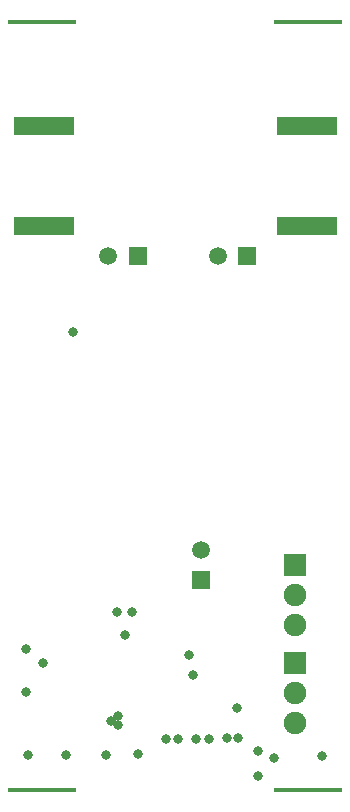
<source format=gbs>
G04*
G04 #@! TF.GenerationSoftware,Altium Limited,Altium Designer,19.0.15 (446)*
G04*
G04 Layer_Color=16711935*
%FSLAX25Y25*%
%MOIN*%
G70*
G01*
G75*
%ADD42R,0.20485X0.06312*%
%ADD50R,0.22600X0.01800*%
%ADD51R,0.05918X0.05918*%
%ADD52C,0.05918*%
%ADD53R,0.07493X0.07493*%
%ADD54C,0.07493*%
%ADD55R,0.05918X0.05918*%
%ADD56C,0.03162*%
D42*
X334357Y437992D02*
D03*
Y404528D02*
D03*
X246561D02*
D03*
Y437992D02*
D03*
D50*
X246063Y216535D02*
D03*
X334646D02*
D03*
Y472441D02*
D03*
X246063D02*
D03*
D51*
X277953Y394488D02*
D03*
X314265Y394488D02*
D03*
D52*
X268005Y394488D02*
D03*
X304528Y394488D02*
D03*
X298819Y296457D02*
D03*
D53*
X330317Y291535D02*
D03*
X330213Y259016D02*
D03*
D54*
X330213Y281535D02*
D03*
X330317Y271535D02*
D03*
X330317Y249016D02*
D03*
X330213Y239016D02*
D03*
D55*
X298819Y286614D02*
D03*
D56*
X256299Y369291D02*
D03*
X339370Y227953D02*
D03*
X323228Y227165D02*
D03*
X318110Y221260D02*
D03*
Y229528D02*
D03*
X294882Y261417D02*
D03*
X310952Y243701D02*
D03*
X296327Y254724D02*
D03*
X240551Y263386D02*
D03*
X246457Y259016D02*
D03*
X240551Y249035D02*
D03*
X241339Y228346D02*
D03*
X253937D02*
D03*
X277953Y228483D02*
D03*
X267323Y228346D02*
D03*
X273622Y268110D02*
D03*
X275984Y275984D02*
D03*
X270866D02*
D03*
X268898Y239626D02*
D03*
X271260Y238189D02*
D03*
Y241339D02*
D03*
X311417Y233858D02*
D03*
X307500D02*
D03*
X301575Y233465D02*
D03*
X297244D02*
D03*
X291339D02*
D03*
X287402D02*
D03*
M02*

</source>
